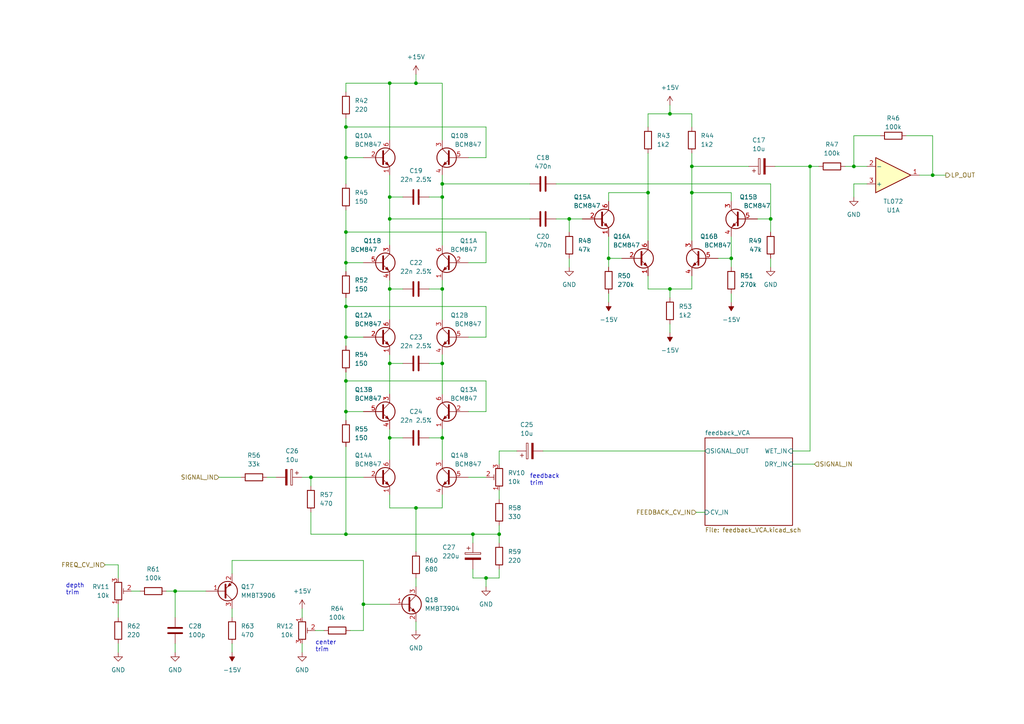
<source format=kicad_sch>
(kicad_sch (version 20211123) (generator eeschema)
  (paper "A4")
  (title_block (title "M.S.M. Stereo Lowpass Filter Pedal") (date "2022-06-16") (rev "0") (comment 2 "creativecommons.org/licenses/by/4.0") (comment 3 "License: CC by 4.0") (comment 4 "Author: Jordan Aceto"))
  (lib_symbols
    (symbol "Amplifier_Operational:TL072" (pin_names (offset 0.127))
      (property "Reference" "U" (at 0 5.08 0))
      (property "Value" "TL072" (at 0 -5.08 0))
      (symbol "TL072_1_1"
        (polyline (pts (xy -5.08 5.08) (xy 5.08 0) (xy -5.08 -5.08) (xy -5.08 5.08)) (stroke (width 0.254)) (fill (type background)))
        (pin output line (at 7.62 0 180) (length 2.54) (name "~") (number "1"))
        (pin input line (at -7.62 -2.54 0) (length 2.54) (name "-") (number "2"))
        (pin input line (at -7.62 2.54 0) (length 2.54) (name "+") (number "3"))
      )
      (symbol "TL072_2_1"
        (polyline (pts (xy -5.08 5.08) (xy 5.08 0) (xy -5.08 -5.08) (xy -5.08 5.08)) (stroke (width 0.254)) (fill (type background)))
        (pin input line (at -7.62 2.54 0) (length 2.54) (name "+") (number "5"))
        (pin input line (at -7.62 -2.54 0) (length 2.54) (name "-") (number "6"))
        (pin output line (at 7.62 0 180) (length 2.54) (name "~") (number "7"))
      )
      (symbol "TL072_3_1"
        (pin power_in line (at -2.54 -7.62 90) (length 3.81) (name "V-") (number "4"))
        (pin power_in line (at -2.54 7.62 270) (length 3.81) (name "V+") (number "8"))
      )
    )
    (symbol "Device:C" (pin_numbers hide) (pin_names (offset 0.254))
      (property "Reference" "C" (at 0.635 2.54 0))
      (property "Value" "C" (at 0.635 -2.54 0))
      (symbol "C_0_1"
        (polyline (pts (xy -2.032 -0.762) (xy 2.032 -0.762)) (stroke (width 0.508)))
        (polyline (pts (xy -2.032 0.762) (xy 2.032 0.762)) (stroke (width 0.508)))
      )
      (symbol "C_1_1"
        (pin passive line (at 0 3.81 270) (length 2.794) (name "~") (number "1"))
        (pin passive line (at 0 -3.81 90) (length 2.794) (name "~") (number "2"))
      )
    )
    (symbol "Device:C_Polarized" (pin_numbers hide) (pin_names (offset 0.254))
      (property "Reference" "C" (at 0.635 2.54 0))
      (property "Value" "C_Polarized" (at 0.635 -2.54 0))
      (symbol "C_Polarized_0_1"
        (rectangle (start -2.286 0.508) (end 2.286 1.016))
        (polyline (pts (xy -1.778 2.286) (xy -0.762 2.286)))
        (polyline (pts (xy -1.27 2.794) (xy -1.27 1.778)))
        (rectangle (start 2.286 -0.508) (end -2.286 -1.016) (fill (type outline)))
      )
      (symbol "C_Polarized_1_1"
        (pin passive line (at 0 3.81 270) (length 2.794) (name "~") (number "1"))
        (pin passive line (at 0 -3.81 90) (length 2.794) (name "~") (number "2"))
      )
    )
    (symbol "Device:R" (pin_numbers hide) (pin_names (offset 0))
      (property "Reference" "R" (at 2.032 0 90))
      (property "Value" "R" (at 0 0 90))
      (symbol "R_0_1"
        (rectangle (start -1.016 -2.54) (end 1.016 2.54) (stroke (width 0.254)))
      )
      (symbol "R_1_1"
        (pin passive line (at 0 3.81 270) (length 1.27) (name "~") (number "1"))
        (pin passive line (at 0 -3.81 90) (length 1.27) (name "~") (number "2"))
      )
    )
    (symbol "Device:R_Potentiometer_Trim" (pin_names (offset 1.016) hide)
      (property "Reference" "RV" (at -4.445 0 90))
      (property "Value" "R_Potentiometer_Trim" (at -2.54 0 90))
      (symbol "R_Potentiometer_Trim_0_1"
        (polyline (pts (xy 1.524 0.762) (xy 1.524 -0.762)))
        (polyline (pts (xy 2.54 0) (xy 1.524 0)))
        (rectangle (start 1.016 2.54) (end -1.016 -2.54) (stroke (width 0.254)))
      )
      (symbol "R_Potentiometer_Trim_1_1"
        (pin passive line (at 0 3.81 270) (length 1.27) (name "1") (number "1"))
        (pin passive line (at 3.81 0 180) (length 1.27) (name "2") (number "2"))
        (pin passive line (at 0 -3.81 90) (length 1.27) (name "3") (number "3"))
      )
    )
    (symbol "Transistor_BJT:MMBT3904" (pin_names (offset 0) hide)
      (property "Reference" "Q" (at 5.08 1.905 0))
      (property "Value" "MMBT3904" (at 5.08 0 0))
      (symbol "MMBT3904_0_1"
        (polyline (pts (xy 0.635 0.635) (xy 2.54 2.54)))
        (polyline (pts (xy 0.635 -0.635) (xy 2.54 -2.54) (xy 2.54 -2.54)))
        (polyline (pts (xy 0.635 1.905) (xy 0.635 -1.905) (xy 0.635 -1.905)) (stroke (width 0.508)))
        (polyline (pts (xy 1.27 -1.778) (xy 1.778 -1.27) (xy 2.286 -2.286) (xy 1.27 -1.778) (xy 1.27 -1.778)) (fill (type outline)))
        (circle (center 1.27 0) (radius 2.8194) (stroke (width 0.254)))
      )
      (symbol "MMBT3904_1_1"
        (pin input line (at -5.08 0 0) (length 5.715) (name "B") (number "1"))
        (pin passive line (at 2.54 -5.08 90) (length 2.54) (name "E") (number "2"))
        (pin passive line (at 2.54 5.08 270) (length 2.54) (name "C") (number "3"))
      )
    )
    (symbol "Transistor_BJT:MMBT3906" (pin_names (offset 0) hide)
      (property "Reference" "Q" (at 5.08 1.905 0))
      (property "Value" "MMBT3906" (at 5.08 0 0))
      (symbol "MMBT3906_0_1"
        (polyline (pts (xy 0.635 0.635) (xy 2.54 2.54)))
        (polyline (pts (xy 0.635 -0.635) (xy 2.54 -2.54) (xy 2.54 -2.54)))
        (polyline (pts (xy 0.635 1.905) (xy 0.635 -1.905) (xy 0.635 -1.905)) (stroke (width 0.508)))
        (polyline (pts (xy 2.286 -1.778) (xy 1.778 -2.286) (xy 1.27 -1.27) (xy 2.286 -1.778) (xy 2.286 -1.778)) (fill (type outline)))
        (circle (center 1.27 0) (radius 2.8194) (stroke (width 0.254)))
      )
      (symbol "MMBT3906_1_1"
        (pin input line (at -5.08 0 0) (length 5.715) (name "B") (number "1"))
        (pin passive line (at 2.54 -5.08 90) (length 2.54) (name "E") (number "2"))
        (pin passive line (at 2.54 5.08 270) (length 2.54) (name "C") (number "3"))
      )
    )
    (symbol "custom_symbols:BCM847DS135" (pin_names (offset 0) hide)
      (property "Reference" "Q?" (at 5.08 6.35 0))
      (property "Value" "BCM847DS135" (at 7.62 3.81 0))
      (symbol "BCM847DS135_0_1"
        (polyline (pts (xy 0.635 0.635) (xy 2.54 2.54)))
        (polyline (pts (xy 0.635 -0.635) (xy 2.54 -2.54) (xy 2.54 -2.54)))
        (polyline (pts (xy 0.635 1.905) (xy 0.635 -1.905) (xy 0.635 -1.905)) (stroke (width 0.508)))
        (polyline (pts (xy 1.27 -1.778) (xy 1.778 -1.27) (xy 2.286 -2.286) (xy 1.27 -1.778) (xy 1.27 -1.778)) (fill (type outline)))
        (circle (center 1.27 0) (radius 2.8194) (stroke (width 0.254)))
      )
      (symbol "BCM847DS135_1_1"
        (pin passive line (at 2.54 -5.08 90) (length 2.54) (name "E") (number "1"))
        (pin passive line (at -5.08 0 0) (length 5.715) (name "B") (number "2"))
        (pin passive line (at 2.54 5.08 270) (length 2.54) (name "C") (number "6"))
      )
      (symbol "BCM847DS135_2_1"
        (pin passive line (at 2.54 5.08 270) (length 2.54) (name "C") (number "3"))
        (pin passive line (at 2.54 -5.08 90) (length 2.54) (name "E") (number "4"))
        (pin passive line (at -5.08 0 0) (length 5.715) (name "B") (number "5"))
      )
    )
    (symbol "power:+15V" (power) (pin_names (offset 0))
      (property "Value" "+15V" (at 0 3.556 0))
      (symbol "+15V_0_1"
        (polyline (pts (xy -0.762 1.27) (xy 0 2.54)))
        (polyline (pts (xy 0 0) (xy 0 2.54)))
        (polyline (pts (xy 0 2.54) (xy 0.762 1.27)))
      )
      (symbol "+15V_1_1"
        (pin power_in line (at 0 0 90) (length 0) hide (name "+15V") (number "1"))
      )
    )
    (symbol "power:-15V" (power) (pin_names (offset 0))
      (property "Value" "-15V" (at 0 3.81 0))
      (symbol "-15V_0_0"
        (pin power_in line (at 0 0 90) (length 0) hide (name "-15V") (number "1"))
      )
      (symbol "-15V_0_1"
        (polyline (pts (xy 0 0) (xy 0 1.27) (xy 0.762 1.27) (xy 0 2.54) (xy -0.762 1.27) (xy 0 1.27)) (fill (type outline)))
      )
    )
    (symbol "power:GND" (power) (pin_names (offset 0))
      (property "Value" "GND" (at 0 -3.81 0))
      (symbol "GND_0_1"
        (polyline (pts (xy 0 0) (xy 0 -1.27) (xy 1.27 -1.27) (xy 0 -2.54) (xy -1.27 -1.27) (xy 0 -1.27)))
      )
      (symbol "GND_1_1"
        (pin power_in line (at 0 0 270) (length 0) hide (name "GND") (number "1"))
      )
    )
  )
  (junction (at 176.53 74.93))
  (junction (at 137.16 154.94))
  (junction (at 128.27 127))
  (junction (at 212.09 74.93))
  (junction (at 200.66 48.26))
  (junction (at 200.66 55.88))
  (junction (at 120.65 24.13))
  (junction (at 223.52 63.5))
  (junction (at 100.33 119.38))
  (junction (at 113.03 127))
  (junction (at 144.78 154.94))
  (junction (at 194.31 33.02))
  (junction (at 140.97 167.64))
  (junction (at 128.27 53.34))
  (junction (at 113.03 57.15))
  (junction (at 113.03 105.41))
  (junction (at 113.03 83.82))
  (junction (at 128.27 57.15))
  (junction (at 90.17 138.43))
  (junction (at 270.51 50.8))
  (junction (at 120.65 147.32))
  (junction (at 105.41 175.26))
  (junction (at 100.33 88.9))
  (junction (at 100.33 67.31))
  (junction (at 128.27 83.82))
  (junction (at 165.1 63.5))
  (junction (at 100.33 110.49))
  (junction (at 100.33 45.72))
  (junction (at 50.8 171.45))
  (junction (at 194.31 83.82))
  (junction (at 187.96 55.88))
  (junction (at 113.03 24.13))
  (junction (at 100.33 36.83))
  (junction (at 100.33 97.79))
  (junction (at 100.33 154.94))
  (junction (at 128.27 105.41))
  (junction (at 247.65 48.26))
  (junction (at 113.03 63.5))
  (junction (at 234.95 48.26))
  (junction (at 100.33 76.2))
  (wire (pts (xy 50.8 171.45) (xy 59.69 171.45)))
  (wire (pts (xy 200.66 33.02) (xy 194.31 33.02)))
  (wire (pts (xy 128.27 81.28) (xy 128.27 83.82)))
  (wire (pts (xy 128.27 50.8) (xy 128.27 53.34)))
  (wire (pts (xy 90.17 138.43) (xy 105.41 138.43)))
  (wire (pts (xy 113.03 127) (xy 113.03 133.35)))
  (wire (pts (xy 266.7 50.8) (xy 270.51 50.8)))
  (wire (pts (xy 120.65 147.32) (xy 120.65 160.02)))
  (wire (pts (xy 50.8 179.07) (xy 50.8 171.45)))
  (wire (pts (xy 200.66 80.01) (xy 200.66 83.82)))
  (wire (pts (xy 144.78 165.1) (xy 144.78 167.64)))
  (wire (pts (xy 128.27 83.82) (xy 128.27 92.71)))
  (wire (pts (xy 100.33 100.33) (xy 100.33 97.79)))
  (wire (pts (xy 128.27 53.34) (xy 128.27 57.15)))
  (wire (pts (xy 124.46 83.82) (xy 128.27 83.82)))
  (wire (pts (xy 128.27 24.13) (xy 128.27 40.64)))
  (wire (pts (xy 194.31 83.82) (xy 200.66 83.82)))
  (wire (pts (xy 176.53 55.88) (xy 176.53 58.42)))
  (wire (pts (xy 100.33 67.31) (xy 140.97 67.31)))
  (wire (pts (xy 208.28 74.93) (xy 212.09 74.93)))
  (wire (pts (xy 113.03 57.15) (xy 113.03 63.5)))
  (wire (pts (xy 113.03 63.5) (xy 113.03 71.12)))
  (wire (pts (xy 262.89 39.37) (xy 270.51 39.37)))
  (wire (pts (xy 165.1 63.5) (xy 168.91 63.5)))
  (wire (pts (xy 100.33 76.2) (xy 100.33 67.31)))
  (wire (pts (xy 100.33 129.54) (xy 100.33 154.94)))
  (wire (pts (xy 100.33 88.9) (xy 140.97 88.9)))
  (wire (pts (xy 124.46 57.15) (xy 128.27 57.15)))
  (wire (pts (xy 90.17 138.43) (xy 90.17 140.97)))
  (wire (pts (xy 137.16 154.94) (xy 144.78 154.94)))
  (wire (pts (xy 187.96 80.01) (xy 187.96 83.82)))
  (wire (pts (xy 105.41 162.56) (xy 67.31 162.56)))
  (wire (pts (xy 113.03 83.82) (xy 116.84 83.82)))
  (wire (pts (xy 90.17 148.59) (xy 90.17 154.94)))
  (wire (pts (xy 224.79 48.26) (xy 234.95 48.26)))
  (wire (pts (xy 255.27 39.37) (xy 247.65 39.37)))
  (wire (pts (xy 100.33 119.38) (xy 100.33 121.92)))
  (wire (pts (xy 100.33 110.49) (xy 140.97 110.49)))
  (wire (pts (xy 100.33 24.13) (xy 100.33 26.67)))
  (wire (pts (xy 194.31 93.98) (xy 194.31 96.52)))
  (wire (pts (xy 113.03 63.5) (xy 153.67 63.5)))
  (wire (pts (xy 140.97 45.72) (xy 135.89 45.72)))
  (wire (pts (xy 217.17 48.26) (xy 200.66 48.26)))
  (wire (pts (xy 247.65 53.34) (xy 251.46 53.34)))
  (wire (pts (xy 137.16 154.94) (xy 137.16 157.48)))
  (wire (pts (xy 100.33 24.13) (xy 113.03 24.13)))
  (wire (pts (xy 100.33 97.79) (xy 100.33 88.9)))
  (wire (pts (xy 113.03 127) (xy 116.84 127)))
  (wire (pts (xy 113.03 83.82) (xy 113.03 92.71)))
  (wire (pts (xy 100.33 45.72) (xy 105.41 45.72)))
  (wire (pts (xy 135.89 138.43) (xy 140.97 138.43)))
  (wire (pts (xy 101.6 182.88) (xy 105.41 182.88)))
  (wire (pts (xy 87.63 186.69) (xy 87.63 189.23)))
  (wire (pts (xy 128.27 105.41) (xy 128.27 114.3)))
  (wire (pts (xy 247.65 48.26) (xy 251.46 48.26)))
  (wire (pts (xy 247.65 48.26) (xy 247.65 39.37)))
  (wire (pts (xy 30.48 163.83) (xy 34.29 163.83)))
  (wire (pts (xy 128.27 127) (xy 128.27 133.35)))
  (wire (pts (xy 144.78 142.24) (xy 144.78 144.78)))
  (wire (pts (xy 187.96 33.02) (xy 187.96 36.83)))
  (wire (pts (xy 161.29 63.5) (xy 165.1 63.5)))
  (wire (pts (xy 128.27 53.34) (xy 153.67 53.34)))
  (wire (pts (xy 50.8 186.69) (xy 50.8 189.23)))
  (wire (pts (xy 100.33 45.72) (xy 100.33 36.83)))
  (wire (pts (xy 38.1 171.45) (xy 40.64 171.45)))
  (wire (pts (xy 113.03 50.8) (xy 113.03 57.15)))
  (wire (pts (xy 194.31 30.48) (xy 194.31 33.02)))
  (wire (pts (xy 113.03 147.32) (xy 120.65 147.32)))
  (wire (pts (xy 105.41 175.26) (xy 105.41 162.56)))
  (wire (pts (xy 137.16 167.64) (xy 140.97 167.64)))
  (wire (pts (xy 247.65 57.15) (xy 247.65 53.34)))
  (wire (pts (xy 100.33 36.83) (xy 140.97 36.83)))
  (wire (pts (xy 100.33 107.95) (xy 100.33 110.49)))
  (wire (pts (xy 120.65 167.64) (xy 120.65 170.18)))
  (wire (pts (xy 187.96 83.82) (xy 194.31 83.82)))
  (wire (pts (xy 34.29 186.69) (xy 34.29 189.23)))
  (wire (pts (xy 113.03 57.15) (xy 116.84 57.15)))
  (wire (pts (xy 200.66 55.88) (xy 212.09 55.88)))
  (wire (pts (xy 113.03 24.13) (xy 120.65 24.13)))
  (wire (pts (xy 200.66 44.45) (xy 200.66 48.26)))
  (wire (pts (xy 140.97 167.64) (xy 140.97 170.18)))
  (wire (pts (xy 100.33 76.2) (xy 105.41 76.2)))
  (wire (pts (xy 223.52 74.93) (xy 223.52 77.47)))
  (wire (pts (xy 100.33 119.38) (xy 105.41 119.38)))
  (wire (pts (xy 128.27 57.15) (xy 128.27 71.12)))
  (wire (pts (xy 165.1 74.93) (xy 165.1 77.47)))
  (wire (pts (xy 120.65 21.59) (xy 120.65 24.13)))
  (wire (pts (xy 113.03 175.26) (xy 105.41 175.26)))
  (wire (pts (xy 200.66 48.26) (xy 200.66 55.88)))
  (wire (pts (xy 124.46 127) (xy 128.27 127)))
  (wire (pts (xy 144.78 130.81) (xy 144.78 134.62)))
  (wire (pts (xy 187.96 44.45) (xy 187.96 55.88)))
  (wire (pts (xy 100.33 154.94) (xy 137.16 154.94)))
  (wire (pts (xy 113.03 143.51) (xy 113.03 147.32)))
  (wire (pts (xy 176.53 74.93) (xy 176.53 68.58)))
  (wire (pts (xy 229.87 134.62) (xy 236.22 134.62)))
  (wire (pts (xy 140.97 36.83) (xy 140.97 45.72)))
  (wire (pts (xy 201.93 148.59) (xy 204.47 148.59)))
  (wire (pts (xy 87.63 176.53) (xy 87.63 179.07)))
  (wire (pts (xy 100.33 60.96) (xy 100.33 67.31)))
  (wire (pts (xy 194.31 83.82) (xy 194.31 86.36)))
  (wire (pts (xy 105.41 182.88) (xy 105.41 175.26)))
  (wire (pts (xy 100.33 86.36) (xy 100.33 88.9)))
  (wire (pts (xy 77.47 138.43) (xy 80.01 138.43)))
  (wire (pts (xy 140.97 119.38) (xy 135.89 119.38)))
  (wire (pts (xy 140.97 97.79) (xy 135.89 97.79)))
  (wire (pts (xy 91.44 182.88) (xy 93.98 182.88)))
  (wire (pts (xy 100.33 45.72) (xy 100.33 53.34)))
  (wire (pts (xy 270.51 39.37) (xy 270.51 50.8)))
  (wire (pts (xy 223.52 67.31) (xy 223.52 63.5)))
  (wire (pts (xy 67.31 186.69) (xy 67.31 189.23)))
  (wire (pts (xy 223.52 53.34) (xy 223.52 63.5)))
  (wire (pts (xy 90.17 154.94) (xy 100.33 154.94)))
  (wire (pts (xy 140.97 110.49) (xy 140.97 119.38)))
  (wire (pts (xy 128.27 124.46) (xy 128.27 127)))
  (wire (pts (xy 223.52 63.5) (xy 219.71 63.5)))
  (wire (pts (xy 100.33 119.38) (xy 100.33 110.49)))
  (wire (pts (xy 140.97 67.31) (xy 140.97 76.2)))
  (wire (pts (xy 229.87 130.81) (xy 234.95 130.81)))
  (wire (pts (xy 245.11 48.26) (xy 247.65 48.26)))
  (wire (pts (xy 100.33 78.74) (xy 100.33 76.2)))
  (wire (pts (xy 212.09 68.58) (xy 212.09 74.93)))
  (wire (pts (xy 113.03 105.41) (xy 116.84 105.41)))
  (wire (pts (xy 200.66 36.83) (xy 200.66 33.02)))
  (wire (pts (xy 100.33 34.29) (xy 100.33 36.83)))
  (wire (pts (xy 67.31 176.53) (xy 67.31 179.07)))
  (wire (pts (xy 140.97 167.64) (xy 144.78 167.64)))
  (wire (pts (xy 187.96 69.85) (xy 187.96 55.88)))
  (wire (pts (xy 149.86 130.81) (xy 144.78 130.81)))
  (wire (pts (xy 234.95 48.26) (xy 237.49 48.26)))
  (wire (pts (xy 140.97 76.2) (xy 135.89 76.2)))
  (wire (pts (xy 212.09 74.93) (xy 212.09 77.47)))
  (wire (pts (xy 200.66 69.85) (xy 200.66 55.88)))
  (wire (pts (xy 176.53 85.09) (xy 176.53 87.63)))
  (wire (pts (xy 87.63 138.43) (xy 90.17 138.43)))
  (wire (pts (xy 187.96 55.88) (xy 176.53 55.88)))
  (wire (pts (xy 128.27 143.51) (xy 128.27 147.32)))
  (wire (pts (xy 124.46 105.41) (xy 128.27 105.41)))
  (wire (pts (xy 165.1 67.31) (xy 165.1 63.5)))
  (wire (pts (xy 113.03 81.28) (xy 113.03 83.82)))
  (wire (pts (xy 63.5 138.43) (xy 69.85 138.43)))
  (wire (pts (xy 48.26 171.45) (xy 50.8 171.45)))
  (wire (pts (xy 67.31 162.56) (xy 67.31 166.37)))
  (wire (pts (xy 128.27 102.87) (xy 128.27 105.41)))
  (wire (pts (xy 270.51 50.8) (xy 274.32 50.8)))
  (wire (pts (xy 140.97 88.9) (xy 140.97 97.79)))
  (wire (pts (xy 144.78 154.94) (xy 144.78 152.4)))
  (wire (pts (xy 113.03 102.87) (xy 113.03 105.41)))
  (wire (pts (xy 120.65 24.13) (xy 128.27 24.13)))
  (wire (pts (xy 113.03 124.46) (xy 113.03 127)))
  (wire (pts (xy 157.48 130.81) (xy 204.47 130.81)))
  (wire (pts (xy 120.65 147.32) (xy 128.27 147.32)))
  (wire (pts (xy 137.16 165.1) (xy 137.16 167.64)))
  (wire (pts (xy 212.09 85.09) (xy 212.09 87.63)))
  (wire (pts (xy 176.53 74.93) (xy 176.53 77.47)))
  (wire (pts (xy 34.29 163.83) (xy 34.29 167.64)))
  (wire (pts (xy 212.09 55.88) (xy 212.09 58.42)))
  (wire (pts (xy 113.03 24.13) (xy 113.03 40.64)))
  (wire (pts (xy 161.29 53.34) (xy 223.52 53.34)))
  (wire (pts (xy 100.33 97.79) (xy 105.41 97.79)))
  (wire (pts (xy 144.78 154.94) (xy 144.78 157.48)))
  (wire (pts (xy 180.34 74.93) (xy 176.53 74.93)))
  (wire (pts (xy 120.65 180.34) (xy 120.65 182.88)))
  (wire (pts (xy 34.29 175.26) (xy 34.29 179.07)))
  (wire (pts (xy 113.03 105.41) (xy 113.03 114.3)))
  (wire (pts (xy 194.31 33.02) (xy 187.96 33.02)))
  (wire (pts (xy 234.95 130.81) (xy 234.95 48.26)))
  (text "feedback\ntrim" (at 153.67 140.97 0) (effects (font (size 1.27 1.27)) (justify left bottom)))
  (text "center\ntrim" (at 91.44 189.23 0) (effects (font (size 1.27 1.27)) (justify left bottom)))
  (text "depth\ntrim" (at 19.05 172.72 0) (effects (font (size 1.27 1.27)) (justify left bottom)))
  (hierarchical_label "FREQ_CV_IN" (shape input) (at 30.48 163.83 180))
  (hierarchical_label "SIGNAL_IN" (shape input) (at 63.5 138.43 180))
  (hierarchical_label "SIGNAL_IN" (shape input) (at 236.22 134.62 0))
  (hierarchical_label "FEEDBACK_CV_IN" (shape input) (at 201.93 148.59 180))
  (hierarchical_label "LP_OUT" (shape output) (at 274.32 50.8 0))
  (symbol (lib_id "Device:R") (at 120.65 163.83 0) (unit 1)
    (property "Reference" "R60" (at 123.19 162.5599 0) (effects (justify left)))
    (property "Value" "680" (at 123.19 165.0999 0) (effects (justify left)))
    (property "Footprint" "Resistor_SMD:R_0805_2012Metric" (effects hide))
  )
  (symbol (lib_id "Device:R") (at 144.78 148.59 0) (unit 1)
    (property "Reference" "R58" (at 147.32 147.3199 0) (effects (justify left)))
    (property "Value" "330" (at 147.32 149.86 0) (effects (justify left)))
    (property "Footprint" "Resistor_SMD:R_0805_2012Metric" (effects hide))
  )
  (symbol (lib_id "custom_symbols:BCM847DS135") (at 110.49 138.43 0) (unit 1)
    (property "Reference" "Q14" (at 102.87 132.08 0) (effects (justify left)))
    (property "Value" "BCM847" (at 102.87 134.62 0) (effects (justify left)))
    (property "Footprint" "custom_footprints:SOT457" (effects hide))
  )
  (symbol (lib_id "custom_symbols:BCM847DS135") (at 110.49 119.38 0) (unit 2)
    (property "Reference" "Q13" (at 102.87 113.03 0) (effects (justify left)))
    (property "Value" "BCM847" (at 102.87 115.57 0) (effects (justify left)))
    (property "Footprint" "custom_footprints:SOT457" (effects hide))
  )
  (symbol (lib_id "Device:R") (at 100.33 30.48 0) (mirror y) (unit 1)
    (property "Reference" "R42" (at 102.87 29.2099 0) (effects (justify right)))
    (property "Value" "220" (at 102.87 31.7499 0) (effects (justify right)))
    (property "Footprint" "Resistor_SMD:R_0805_2012Metric" (effects hide))
  )
  (symbol (lib_id "Device:R") (at 223.52 71.12 0) (mirror y) (unit 1)
    (property "Reference" "R49" (at 220.98 69.8499 0) (effects (justify left)))
    (property "Value" "47k" (at 220.98 72.3899 0) (effects (justify left)))
    (property "Footprint" "Resistor_SMD:R_0805_2012Metric" (effects hide))
  )
  (symbol (lib_id "Device:C") (at 157.48 53.34 90) (unit 1)
    (property "Reference" "C18" (at 157.48 45.72 90))
    (property "Value" "470n" (at 157.48 48.26 90))
    (property "Footprint" "Capacitor_THT:C_Rect_L7.0mm_W3.5mm_P5.00mm" (effects hide))
  )
  (symbol (lib_id "Device:C") (at 120.65 105.41 90) (unit 1)
    (property "Reference" "C23" (at 120.65 97.79 90))
    (property "Value" "22n 2.5%" (at 120.65 100.33 90))
    (property "Footprint" "Capacitor_THT:C_Rect_L7.2mm_W7.2mm_P5.00mm_FKS2_FKP2_MKS2_MKP2" (effects hide))
  )
  (symbol (lib_id "power:-15V") (at 176.53 87.63 180) (unit 1)
    (property "Reference" "#PWR0121" (effects hide))
    (property "Value" "-15V" (at 176.53 92.71 0))
  )
  (symbol (lib_id "custom_symbols:BCM847DS135") (at 110.49 76.2 0) (unit 2)
    (property "Reference" "Q11" (at 105.41 69.85 0) (effects (justify left)))
    (property "Value" "BCM847" (at 101.6 72.39 0) (effects (justify left)))
    (property "Footprint" "custom_footprints:SOT457" (effects hide))
  )
  (symbol (lib_id "Device:R") (at 67.31 182.88 0) (unit 1)
    (property "Reference" "R63" (at 69.85 181.6099 0) (effects (justify left)))
    (property "Value" "470" (at 69.85 184.1499 0) (effects (justify left)))
    (property "Footprint" "Resistor_SMD:R_0805_2012Metric" (effects hide))
  )
  (symbol (lib_id "power:GND") (at 50.8 189.23 0) (unit 1)
    (property "Reference" "#PWR0134" (effects hide))
    (property "Value" "GND" (at 50.8 194.31 0))
  )
  (symbol (lib_id "Device:C_Polarized") (at 153.67 130.81 90) (unit 1)
    (property "Reference" "C25" (at 152.781 123.19 90))
    (property "Value" "10u" (at 152.781 125.73 90))
    (property "Footprint" "Capacitor_THT:CP_Radial_D6.3mm_P2.50mm" (effects hide))
  )
  (symbol (lib_id "power:GND") (at 34.29 189.23 0) (unit 1)
    (property "Reference" "#PWR0133" (effects hide))
    (property "Value" "GND" (at 34.29 194.31 0))
  )
  (symbol (lib_id "Device:R") (at 73.66 138.43 90) (unit 1)
    (property "Reference" "R56" (at 73.66 132.08 90))
    (property "Value" "33k" (at 73.66 134.62 90))
    (property "Footprint" "Resistor_SMD:R_0805_2012Metric" (effects hide))
  )
  (symbol (lib_id "Device:R") (at 100.33 57.15 0) (mirror y) (unit 1)
    (property "Reference" "R45" (at 102.87 55.8799 0) (effects (justify right)))
    (property "Value" "150" (at 102.87 58.4199 0) (effects (justify right)))
    (property "Footprint" "Resistor_SMD:R_0805_2012Metric" (effects hide))
  )
  (symbol (lib_id "Device:R") (at 259.08 39.37 90) (mirror x) (unit 1)
    (property "Reference" "R46" (at 259.08 34.29 90))
    (property "Value" "100k" (at 259.08 36.83 90))
    (property "Footprint" "Resistor_SMD:R_0805_2012Metric" (effects hide))
  )
  (symbol (lib_id "Device:C_Polarized") (at 137.16 161.29 0) (unit 1)
    (property "Reference" "C27" (at 128.27 158.75 0) (effects (justify left)))
    (property "Value" "220u" (at 128.27 161.29 0) (effects (justify left)))
    (property "Footprint" "Capacitor_THT:CP_Radial_D6.3mm_P2.50mm" (effects hide))
  )
  (symbol (lib_id "Device:C") (at 50.8 182.88 0) (unit 1)
    (property "Reference" "C28" (at 54.61 181.6099 0) (effects (justify left)))
    (property "Value" "100p" (at 54.61 184.1499 0) (effects (justify left)))
    (property "Footprint" "Capacitor_SMD:C_0805_2012Metric" (effects hide))
  )
  (symbol (lib_id "custom_symbols:BCM847DS135") (at 130.81 138.43 0) (mirror y) (unit 2)
    (property "Reference" "Q14" (at 135.89 132.08 0) (effects (justify left)))
    (property "Value" "BCM847" (at 139.7 134.62 0) (effects (justify left)))
    (property "Footprint" "custom_footprints:SOT457" (effects hide))
  )
  (symbol (lib_id "power:GND") (at 87.63 189.23 0) (unit 1)
    (property "Reference" "#PWR0130" (effects hide))
    (property "Value" "GND" (at 87.63 194.31 0))
  )
  (symbol (lib_id "Amplifier_Operational:TL072") (at 259.08 50.8 0) (mirror x) (unit 1)
    (property "Reference" "U1" (at 259.08 60.96 0))
    (property "Value" "TL072" (at 259.08 58.42 0))
    (property "Footprint" "Package_SO:SOIC-8_3.9x4.9mm_P1.27mm" (effects hide))
    (property "Datasheet" "http://www.ti.com/lit/ds/symlink/tl071.pdf" (effects hide))
  )
  (symbol (lib_id "custom_symbols:BCM847DS135") (at 130.81 45.72 0) (mirror y) (unit 2)
    (property "Reference" "Q10" (at 135.89 39.37 0) (effects (justify left)))
    (property "Value" "BCM847" (at 139.7 41.91 0) (effects (justify left)))
    (property "Footprint" "custom_footprints:SOT457" (effects hide))
  )
  (symbol (lib_id "Device:R") (at 241.3 48.26 270) (mirror x) (unit 1)
    (property "Reference" "R47" (at 241.3 41.91 90))
    (property "Value" "100k" (at 241.3 44.45 90))
    (property "Footprint" "Resistor_SMD:R_0805_2012Metric" (effects hide))
  )
  (symbol (lib_id "power:+15V") (at 120.65 21.59 0) (unit 1)
    (property "Reference" "#PWR0125" (effects hide))
    (property "Value" "+15V" (at 120.65 16.51 0))
  )
  (symbol (lib_id "custom_symbols:BCM847DS135") (at 130.81 119.38 0) (mirror y) (unit 1)
    (property "Reference" "Q13" (at 138.43 113.03 0) (effects (justify left)))
    (property "Value" "BCM847" (at 138.43 115.57 0) (effects (justify left)))
    (property "Footprint" "custom_footprints:SOT457" (effects hide))
  )
  (symbol (lib_id "Device:C_Polarized") (at 220.98 48.26 90) (unit 1)
    (property "Reference" "C17" (at 220.091 40.64 90))
    (property "Value" "10u" (at 220.091 43.18 90))
    (property "Footprint" "Capacitor_THT:CP_Radial_D6.3mm_P2.50mm" (effects hide))
  )
  (symbol (lib_id "Device:R") (at 100.33 82.55 0) (mirror y) (unit 1)
    (property "Reference" "R52" (at 102.87 81.2799 0) (effects (justify right)))
    (property "Value" "150" (at 102.87 83.8199 0) (effects (justify right)))
    (property "Footprint" "Resistor_SMD:R_0805_2012Metric" (effects hide))
  )
  (symbol (lib_id "Device:C_Polarized") (at 83.82 138.43 270) (unit 1)
    (property "Reference" "C26" (at 84.709 130.81 90))
    (property "Value" "10u" (at 84.709 133.35 90))
    (property "Footprint" "Capacitor_THT:CP_Radial_D6.3mm_P2.50mm" (effects hide))
  )
  (symbol (lib_id "Device:R") (at 212.09 81.28 0) (unit 1)
    (property "Reference" "R51" (at 214.63 80.0099 0) (effects (justify left)))
    (property "Value" "270k" (at 214.63 82.5499 0) (effects (justify left)))
    (property "Footprint" "Resistor_SMD:R_0805_2012Metric" (effects hide))
  )
  (symbol (lib_id "custom_symbols:BCM847DS135") (at 130.81 76.2 0) (mirror y) (unit 1)
    (property "Reference" "Q11" (at 138.43 69.85 0) (effects (justify left)))
    (property "Value" "BCM847" (at 138.43 72.39 0) (effects (justify left)))
    (property "Footprint" "custom_footprints:SOT457" (effects hide))
  )
  (symbol (lib_id "Device:R") (at 176.53 81.28 0) (unit 1)
    (property "Reference" "R50" (at 179.07 80.0099 0) (effects (justify left)))
    (property "Value" "270k" (at 179.07 82.5499 0) (effects (justify left)))
    (property "Footprint" "Resistor_SMD:R_0805_2012Metric" (effects hide))
  )
  (symbol (lib_id "Device:C") (at 120.65 83.82 90) (unit 1)
    (property "Reference" "C22" (at 120.65 76.2 90))
    (property "Value" "22n 2.5%" (at 120.65 78.74 90))
    (property "Footprint" "Capacitor_THT:C_Rect_L7.2mm_W7.2mm_P5.00mm_FKS2_FKP2_MKS2_MKP2" (effects hide))
  )
  (symbol (lib_id "Device:R") (at 100.33 125.73 0) (mirror y) (unit 1)
    (property "Reference" "R55" (at 102.87 124.4599 0) (effects (justify right)))
    (property "Value" "150" (at 102.87 126.9999 0) (effects (justify right)))
    (property "Footprint" "Resistor_SMD:R_0805_2012Metric" (effects hide))
  )
  (symbol (lib_id "Transistor_BJT:MMBT3904") (at 118.11 175.26 0) (unit 1)
    (property "Reference" "Q18" (at 123.19 173.9899 0) (effects (justify left)))
    (property "Value" "MMBT3904" (at 123.19 176.5299 0) (effects (justify left)))
    (property "Footprint" "Package_TO_SOT_SMD:SOT-23" (effects hide))
    (property "Datasheet" "https://www.onsemi.com/pub/Collateral/2N3903-D.PDF" (effects hide))
  )
  (symbol (lib_id "Device:R") (at 97.79 182.88 90) (unit 1)
    (property "Reference" "R64" (at 97.79 176.53 90))
    (property "Value" "100k" (at 97.79 179.07 90))
    (property "Footprint" "Resistor_SMD:R_0805_2012Metric" (effects hide))
  )
  (symbol (lib_id "power:-15V") (at 212.09 87.63 180) (unit 1)
    (property "Reference" "#PWR0123" (effects hide))
    (property "Value" "-15V" (at 212.09 92.71 0))
  )
  (symbol (lib_id "Device:R") (at 194.31 90.17 0) (unit 1)
    (property "Reference" "R53" (at 196.85 88.8999 0) (effects (justify left)))
    (property "Value" "1k2" (at 196.85 91.4399 0) (effects (justify left)))
    (property "Footprint" "Resistor_SMD:R_0805_2012Metric" (effects hide))
  )
  (symbol (lib_id "Device:C") (at 120.65 57.15 90) (unit 1)
    (property "Reference" "C19" (at 120.65 49.53 90))
    (property "Value" "22n 2.5%" (at 120.65 52.07 90))
    (property "Footprint" "Capacitor_THT:C_Rect_L7.2mm_W7.2mm_P5.00mm_FKS2_FKP2_MKS2_MKP2" (effects hide))
  )
  (symbol (lib_id "power:GND") (at 223.52 77.47 0) (mirror y) (unit 1)
    (property "Reference" "#PWR0120" (effects hide))
    (property "Value" "GND" (at 223.52 82.55 0))
  )
  (symbol (lib_id "Device:R") (at 34.29 182.88 0) (unit 1)
    (property "Reference" "R62" (at 36.83 181.6099 0) (effects (justify left)))
    (property "Value" "220" (at 36.83 184.1499 0) (effects (justify left)))
    (property "Footprint" "Resistor_SMD:R_0805_2012Metric" (effects hide))
  )
  (symbol (lib_id "power:-15V") (at 67.31 189.23 180) (unit 1)
    (property "Reference" "#PWR0131" (effects hide))
    (property "Value" "-15V" (at 67.31 194.31 0))
  )
  (symbol (lib_id "Device:R") (at 187.96 40.64 0) (unit 1)
    (property "Reference" "R43" (at 190.5 39.3699 0) (effects (justify left)))
    (property "Value" "1k2" (at 190.5 41.9099 0) (effects (justify left)))
    (property "Footprint" "Resistor_SMD:R_0805_2012Metric" (effects hide))
  )
  (symbol (lib_id "power:+15V") (at 194.31 30.48 0) (unit 1)
    (property "Reference" "#PWR0126" (effects hide))
    (property "Value" "+15V" (at 194.31 25.4 0))
  )
  (symbol (lib_id "power:GND") (at 120.65 182.88 0) (unit 1)
    (property "Reference" "#PWR0127" (effects hide))
    (property "Value" "GND" (at 120.65 187.96 0))
  )
  (symbol (lib_id "Device:R_Potentiometer_Trim") (at 144.78 138.43 180) (unit 1)
    (property "Reference" "RV10" (at 147.32 137.1599 0) (effects (justify right)))
    (property "Value" "10k" (at 147.32 139.6999 0) (effects (justify right)))
    (property "Footprint" "Potentiometer_THT:Potentiometer_Bourns_3296W_Vertical" (effects hide))
  )
  (symbol (lib_id "Device:R") (at 100.33 104.14 0) (mirror y) (unit 1)
    (property "Reference" "R54" (at 102.87 102.8699 0) (effects (justify right)))
    (property "Value" "150" (at 102.87 105.4099 0) (effects (justify right)))
    (property "Footprint" "Resistor_SMD:R_0805_2012Metric" (effects hide))
  )
  (symbol (lib_id "custom_symbols:BCM847DS135") (at 214.63 63.5 0) (mirror y) (unit 2)
    (property "Reference" "Q15" (at 219.71 57.15 0) (effects (justify left)))
    (property "Value" "BCM847" (at 223.52 59.69 0) (effects (justify left)))
    (property "Footprint" "custom_footprints:SOT457" (effects hide))
  )
  (symbol (lib_id "Device:R_Potentiometer_Trim") (at 34.29 171.45 0) (mirror x) (unit 1)
    (property "Reference" "RV11" (at 31.75 170.1799 0) (effects (justify right)))
    (property "Value" "10k" (at 31.75 172.7199 0) (effects (justify right)))
    (property "Footprint" "Potentiometer_THT:Potentiometer_Bourns_3296W_Vertical" (effects hide))
  )
  (symbol (lib_id "custom_symbols:BCM847DS135") (at 203.2 74.93 0) (mirror y) (unit 2)
    (property "Reference" "Q16" (at 208.28 68.58 0) (effects (justify left)))
    (property "Value" "BCM847" (at 212.09 71.12 0) (effects (justify left)))
    (property "Footprint" "custom_footprints:SOT457" (effects hide))
  )
  (symbol (lib_id "custom_symbols:BCM847DS135") (at 185.42 74.93 0) (unit 1)
    (property "Reference" "Q16" (at 177.8 68.58 0) (effects (justify left)))
    (property "Value" "BCM847" (at 177.8 71.12 0) (effects (justify left)))
    (property "Footprint" "custom_footprints:SOT457" (effects hide))
  )
  (symbol (lib_id "power:+15V") (at 87.63 176.53 0) (unit 1)
    (property "Reference" "#PWR016" (effects hide))
    (property "Value" "+15V" (at 87.63 171.45 0))
  )
  (symbol (lib_id "power:GND") (at 140.97 170.18 0) (unit 1)
    (property "Reference" "#PWR0128" (effects hide))
    (property "Value" "GND" (at 140.97 175.26 0))
  )
  (symbol (lib_id "Device:R_Potentiometer_Trim") (at 87.63 182.88 0) (unit 1)
    (property "Reference" "RV12" (at 85.09 181.6099 0) (effects (justify right)))
    (property "Value" "10k" (at 85.09 184.1499 0) (effects (justify right)))
    (property "Footprint" "Potentiometer_THT:Potentiometer_Bourns_3296W_Vertical" (effects hide))
  )
  (symbol (lib_id "Device:R") (at 144.78 161.29 0) (unit 1)
    (property "Reference" "R59" (at 147.32 160.0199 0) (effects (justify left)))
    (property "Value" "220" (at 147.32 162.5599 0) (effects (justify left)))
    (property "Footprint" "Resistor_SMD:R_0805_2012Metric" (effects hide))
  )
  (symbol (lib_id "custom_symbols:BCM847DS135") (at 110.49 97.79 0) (unit 1)
    (property "Reference" "Q12" (at 102.87 91.44 0) (effects (justify left)))
    (property "Value" "BCM847" (at 102.87 93.98 0) (effects (justify left)))
    (property "Footprint" "custom_footprints:SOT457" (effects hide))
  )
  (symbol (lib_id "power:-15V") (at 194.31 96.52 180) (unit 1)
    (property "Reference" "#PWR0124" (effects hide))
    (property "Value" "-15V" (at 194.31 101.6 0))
  )
  (symbol (lib_id "Device:R") (at 200.66 40.64 0) (unit 1)
    (property "Reference" "R44" (at 203.2 39.3699 0) (effects (justify left)))
    (property "Value" "1k2" (at 203.2 41.9099 0) (effects (justify left)))
    (property "Footprint" "Resistor_SMD:R_0805_2012Metric" (effects hide))
  )
  (symbol (lib_id "Transistor_BJT:MMBT3906") (at 64.77 171.45 0) (mirror x) (unit 1)
    (property "Reference" "Q17" (at 69.85 170.1799 0) (effects (justify left)))
    (property "Value" "MMBT3906" (at 69.85 172.7199 0) (effects (justify left)))
    (property "Footprint" "Package_TO_SOT_SMD:SOT-23" (effects hide))
    (property "Datasheet" "https://www.onsemi.com/pub/Collateral/2N3906-D.PDF" (effects hide))
  )
  (symbol (lib_id "power:GND") (at 165.1 77.47 0) (unit 1)
    (property "Reference" "#PWR0122" (effects hide))
    (property "Value" "GND" (at 165.1 82.55 0))
  )
  (symbol (lib_id "Device:C") (at 120.65 127 90) (unit 1)
    (property "Reference" "C24" (at 120.65 119.38 90))
    (property "Value" "22n 2.5%" (at 120.65 121.92 90))
    (property "Footprint" "Capacitor_THT:C_Rect_L7.2mm_W7.2mm_P5.00mm_FKS2_FKP2_MKS2_MKP2" (effects hide))
  )
  (symbol (lib_id "Device:R") (at 165.1 71.12 0) (unit 1)
    (property "Reference" "R48" (at 167.64 69.8499 0) (effects (justify left)))
    (property "Value" "47k" (at 167.64 72.3899 0) (effects (justify left)))
    (property "Footprint" "Resistor_SMD:R_0805_2012Metric" (effects hide))
  )
  (symbol (lib_id "custom_symbols:BCM847DS135") (at 173.99 63.5 0) (unit 1)
    (property "Reference" "Q15" (at 166.37 57.15 0) (effects (justify left)))
    (property "Value" "BCM847" (at 166.37 59.69 0) (effects (justify left)))
    (property "Footprint" "custom_footprints:SOT457" (effects hide))
  )
  (symbol (lib_id "custom_symbols:BCM847DS135") (at 130.81 97.79 0) (mirror y) (unit 2)
    (property "Reference" "Q12" (at 135.89 91.44 0) (effects (justify left)))
    (property "Value" "BCM847" (at 139.7 93.98 0) (effects (justify left)))
    (property "Footprint" "custom_footprints:SOT457" (effects hide))
  )
  (symbol (lib_id "custom_symbols:BCM847DS135") (at 110.49 45.72 0) (unit 1)
    (property "Reference" "Q10" (at 102.87 39.37 0) (effects (justify left)))
    (property "Value" "BCM847" (at 102.87 41.91 0) (effects (justify left)))
    (property "Footprint" "custom_footprints:SOT457" (effects hide))
  )
  (symbol (lib_id "Device:R") (at 90.17 144.78 0) (unit 1)
    (property "Reference" "R57" (at 92.71 143.5099 0) (effects (justify left)))
    (property "Value" "470" (at 92.71 146.0499 0) (effects (justify left)))
    (property "Footprint" "Resistor_SMD:R_0805_2012Metric" (effects hide))
  )
  (symbol (lib_id "Device:R") (at 44.45 171.45 90) (unit 1)
    (property "Reference" "R61" (at 44.45 165.1 90))
    (property "Value" "100k" (at 44.45 167.64 90))
    (property "Footprint" "Resistor_SMD:R_0805_2012Metric" (effects hide))
  )
  (symbol (lib_id "Device:C") (at 157.48 63.5 90) (unit 1)
    (property "Reference" "C20" (at 157.48 68.58 90))
    (property "Value" "470n" (at 157.48 71.12 90))
    (property "Footprint" "Capacitor_THT:C_Rect_L7.0mm_W3.5mm_P5.00mm" (effects hide))
  )
  (symbol (lib_id "power:GND") (at 247.65 57.15 0) (unit 1)
    (property "Reference" "#PWR0114" (effects hide))
    (property "Value" "GND" (at 247.65 62.23 0))
  )
  (sheet (at 204.47 127) (size 25.4 25.4) (stroke (width 0.1524))
    (property "Sheet name" "feedback_VCA" (at 204.47 126.2884 0) (effects (justify left bottom)))
    (property "Sheet file" "feedback_VCA.kicad_sch" (at 204.47 152.9846 0) (effects (justify left top)))
    (pin "SIGNAL_OUT" output (at 204.47 130.81 180))
    (pin "WET_IN" input (at 229.87 130.81 0))
    (pin "DRY_IN" input (at 229.87 134.62 0))
    (pin "CV_IN" input (at 204.47 148.59 180))
  )
)
</source>
